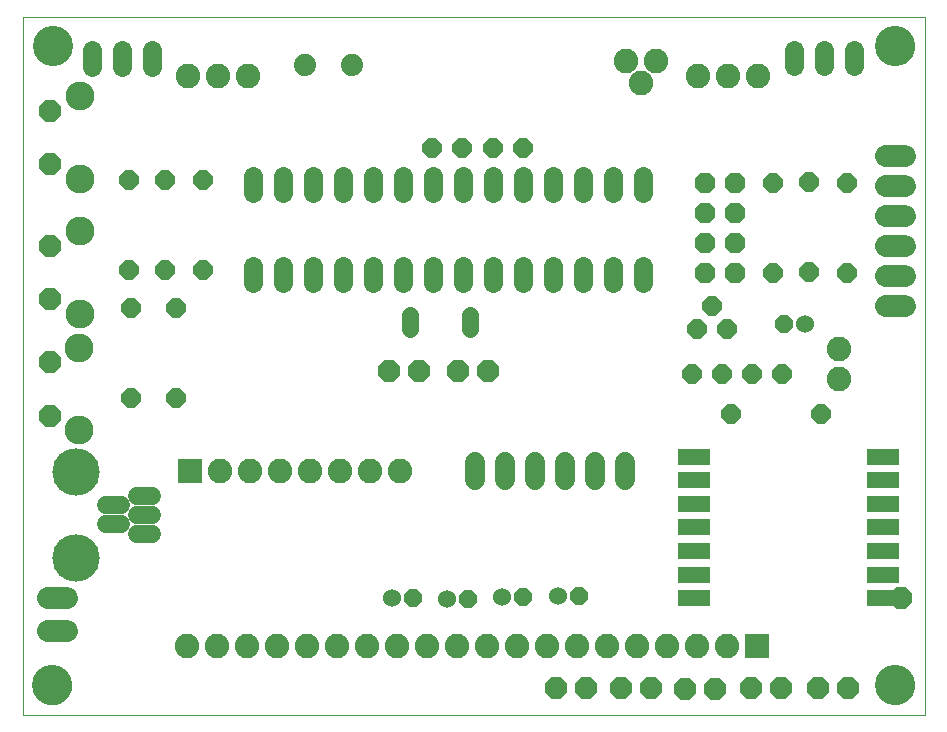
<source format=gts>
G75*
%MOIN*%
%OFA0B0*%
%FSLAX24Y24*%
%IPPOS*%
%LPD*%
%AMOC8*
5,1,8,0,0,1.08239X$1,22.5*
%
%ADD10C,0.0000*%
%ADD11C,0.1340*%
%ADD12C,0.0640*%
%ADD13C,0.0720*%
%ADD14OC8,0.0640*%
%ADD15OC8,0.0600*%
%ADD16C,0.0600*%
%ADD17OC8,0.0674*%
%ADD18R,0.1080X0.0580*%
%ADD19C,0.0674*%
%ADD20OC8,0.0710*%
%ADD21R,0.0820X0.0820*%
%ADD22C,0.0820*%
%ADD23C,0.0560*%
%ADD24C,0.1580*%
%ADD25C,0.0596*%
%ADD26OC8,0.0720*%
%ADD27C,0.0965*%
%ADD28C,0.0740*%
D10*
X001445Y001401D02*
X031517Y001402D01*
X031522Y024643D01*
X001457Y024645D01*
X001445Y001401D01*
X001796Y002375D02*
X001798Y002425D01*
X001804Y002475D01*
X001814Y002524D01*
X001828Y002572D01*
X001845Y002619D01*
X001866Y002664D01*
X001891Y002708D01*
X001919Y002749D01*
X001951Y002788D01*
X001985Y002825D01*
X002022Y002859D01*
X002062Y002889D01*
X002104Y002916D01*
X002148Y002940D01*
X002194Y002961D01*
X002241Y002977D01*
X002289Y002990D01*
X002339Y002999D01*
X002388Y003004D01*
X002439Y003005D01*
X002489Y003002D01*
X002538Y002995D01*
X002587Y002984D01*
X002635Y002969D01*
X002681Y002951D01*
X002726Y002929D01*
X002769Y002903D01*
X002810Y002874D01*
X002849Y002842D01*
X002885Y002807D01*
X002917Y002769D01*
X002947Y002729D01*
X002974Y002686D01*
X002997Y002642D01*
X003016Y002596D01*
X003032Y002548D01*
X003044Y002499D01*
X003052Y002450D01*
X003056Y002400D01*
X003056Y002350D01*
X003052Y002300D01*
X003044Y002251D01*
X003032Y002202D01*
X003016Y002154D01*
X002997Y002108D01*
X002974Y002064D01*
X002947Y002021D01*
X002917Y001981D01*
X002885Y001943D01*
X002849Y001908D01*
X002810Y001876D01*
X002769Y001847D01*
X002726Y001821D01*
X002681Y001799D01*
X002635Y001781D01*
X002587Y001766D01*
X002538Y001755D01*
X002489Y001748D01*
X002439Y001745D01*
X002388Y001746D01*
X002339Y001751D01*
X002289Y001760D01*
X002241Y001773D01*
X002194Y001789D01*
X002148Y001810D01*
X002104Y001834D01*
X002062Y001861D01*
X002022Y001891D01*
X001985Y001925D01*
X001951Y001962D01*
X001919Y002001D01*
X001891Y002042D01*
X001866Y002086D01*
X001845Y002131D01*
X001828Y002178D01*
X001814Y002226D01*
X001804Y002275D01*
X001798Y002325D01*
X001796Y002375D01*
X001813Y023694D02*
X001815Y023744D01*
X001821Y023794D01*
X001831Y023843D01*
X001845Y023891D01*
X001862Y023938D01*
X001883Y023983D01*
X001908Y024027D01*
X001936Y024068D01*
X001968Y024107D01*
X002002Y024144D01*
X002039Y024178D01*
X002079Y024208D01*
X002121Y024235D01*
X002165Y024259D01*
X002211Y024280D01*
X002258Y024296D01*
X002306Y024309D01*
X002356Y024318D01*
X002405Y024323D01*
X002456Y024324D01*
X002506Y024321D01*
X002555Y024314D01*
X002604Y024303D01*
X002652Y024288D01*
X002698Y024270D01*
X002743Y024248D01*
X002786Y024222D01*
X002827Y024193D01*
X002866Y024161D01*
X002902Y024126D01*
X002934Y024088D01*
X002964Y024048D01*
X002991Y024005D01*
X003014Y023961D01*
X003033Y023915D01*
X003049Y023867D01*
X003061Y023818D01*
X003069Y023769D01*
X003073Y023719D01*
X003073Y023669D01*
X003069Y023619D01*
X003061Y023570D01*
X003049Y023521D01*
X003033Y023473D01*
X003014Y023427D01*
X002991Y023383D01*
X002964Y023340D01*
X002934Y023300D01*
X002902Y023262D01*
X002866Y023227D01*
X002827Y023195D01*
X002786Y023166D01*
X002743Y023140D01*
X002698Y023118D01*
X002652Y023100D01*
X002604Y023085D01*
X002555Y023074D01*
X002506Y023067D01*
X002456Y023064D01*
X002405Y023065D01*
X002356Y023070D01*
X002306Y023079D01*
X002258Y023092D01*
X002211Y023108D01*
X002165Y023129D01*
X002121Y023153D01*
X002079Y023180D01*
X002039Y023210D01*
X002002Y023244D01*
X001968Y023281D01*
X001936Y023320D01*
X001908Y023361D01*
X001883Y023405D01*
X001862Y023450D01*
X001845Y023497D01*
X001831Y023545D01*
X001821Y023594D01*
X001815Y023644D01*
X001813Y023694D01*
X029905Y023690D02*
X029907Y023740D01*
X029913Y023790D01*
X029923Y023839D01*
X029937Y023887D01*
X029954Y023934D01*
X029975Y023979D01*
X030000Y024023D01*
X030028Y024064D01*
X030060Y024103D01*
X030094Y024140D01*
X030131Y024174D01*
X030171Y024204D01*
X030213Y024231D01*
X030257Y024255D01*
X030303Y024276D01*
X030350Y024292D01*
X030398Y024305D01*
X030448Y024314D01*
X030497Y024319D01*
X030548Y024320D01*
X030598Y024317D01*
X030647Y024310D01*
X030696Y024299D01*
X030744Y024284D01*
X030790Y024266D01*
X030835Y024244D01*
X030878Y024218D01*
X030919Y024189D01*
X030958Y024157D01*
X030994Y024122D01*
X031026Y024084D01*
X031056Y024044D01*
X031083Y024001D01*
X031106Y023957D01*
X031125Y023911D01*
X031141Y023863D01*
X031153Y023814D01*
X031161Y023765D01*
X031165Y023715D01*
X031165Y023665D01*
X031161Y023615D01*
X031153Y023566D01*
X031141Y023517D01*
X031125Y023469D01*
X031106Y023423D01*
X031083Y023379D01*
X031056Y023336D01*
X031026Y023296D01*
X030994Y023258D01*
X030958Y023223D01*
X030919Y023191D01*
X030878Y023162D01*
X030835Y023136D01*
X030790Y023114D01*
X030744Y023096D01*
X030696Y023081D01*
X030647Y023070D01*
X030598Y023063D01*
X030548Y023060D01*
X030497Y023061D01*
X030448Y023066D01*
X030398Y023075D01*
X030350Y023088D01*
X030303Y023104D01*
X030257Y023125D01*
X030213Y023149D01*
X030171Y023176D01*
X030131Y023206D01*
X030094Y023240D01*
X030060Y023277D01*
X030028Y023316D01*
X030000Y023357D01*
X029975Y023401D01*
X029954Y023446D01*
X029937Y023493D01*
X029923Y023541D01*
X029913Y023590D01*
X029907Y023640D01*
X029905Y023690D01*
X029902Y002389D02*
X029904Y002439D01*
X029910Y002489D01*
X029920Y002538D01*
X029934Y002586D01*
X029951Y002633D01*
X029972Y002678D01*
X029997Y002722D01*
X030025Y002763D01*
X030057Y002802D01*
X030091Y002839D01*
X030128Y002873D01*
X030168Y002903D01*
X030210Y002930D01*
X030254Y002954D01*
X030300Y002975D01*
X030347Y002991D01*
X030395Y003004D01*
X030445Y003013D01*
X030494Y003018D01*
X030545Y003019D01*
X030595Y003016D01*
X030644Y003009D01*
X030693Y002998D01*
X030741Y002983D01*
X030787Y002965D01*
X030832Y002943D01*
X030875Y002917D01*
X030916Y002888D01*
X030955Y002856D01*
X030991Y002821D01*
X031023Y002783D01*
X031053Y002743D01*
X031080Y002700D01*
X031103Y002656D01*
X031122Y002610D01*
X031138Y002562D01*
X031150Y002513D01*
X031158Y002464D01*
X031162Y002414D01*
X031162Y002364D01*
X031158Y002314D01*
X031150Y002265D01*
X031138Y002216D01*
X031122Y002168D01*
X031103Y002122D01*
X031080Y002078D01*
X031053Y002035D01*
X031023Y001995D01*
X030991Y001957D01*
X030955Y001922D01*
X030916Y001890D01*
X030875Y001861D01*
X030832Y001835D01*
X030787Y001813D01*
X030741Y001795D01*
X030693Y001780D01*
X030644Y001769D01*
X030595Y001762D01*
X030545Y001759D01*
X030494Y001760D01*
X030445Y001765D01*
X030395Y001774D01*
X030347Y001787D01*
X030300Y001803D01*
X030254Y001824D01*
X030210Y001848D01*
X030168Y001875D01*
X030128Y001905D01*
X030091Y001939D01*
X030057Y001976D01*
X030025Y002015D01*
X029997Y002056D01*
X029972Y002100D01*
X029951Y002145D01*
X029934Y002192D01*
X029920Y002240D01*
X029910Y002289D01*
X029904Y002339D01*
X029902Y002389D01*
D11*
X030532Y002389D03*
X030535Y023690D03*
X002443Y023694D03*
X002426Y002375D03*
D12*
X009124Y015794D02*
X009124Y016354D01*
X010124Y016354D02*
X010124Y015794D01*
X011124Y015794D02*
X011124Y016354D01*
X012124Y016354D02*
X012124Y015794D01*
X013124Y015794D02*
X013124Y016354D01*
X014124Y016354D02*
X014124Y015794D01*
X015124Y015794D02*
X015124Y016354D01*
X016124Y016354D02*
X016124Y015794D01*
X017124Y015794D02*
X017124Y016354D01*
X018124Y016354D02*
X018124Y015794D01*
X019124Y015794D02*
X019124Y016354D01*
X020124Y016354D02*
X020124Y015794D01*
X021124Y015794D02*
X021124Y016354D01*
X022124Y016354D02*
X022124Y015794D01*
X022124Y018794D02*
X022124Y019354D01*
X021124Y019354D02*
X021124Y018794D01*
X020124Y018794D02*
X020124Y019354D01*
X019124Y019354D02*
X019124Y018794D01*
X018124Y018794D02*
X018124Y019354D01*
X017124Y019354D02*
X017124Y018794D01*
X016124Y018794D02*
X016124Y019354D01*
X015124Y019354D02*
X015124Y018794D01*
X014124Y018794D02*
X014124Y019354D01*
X013124Y019354D02*
X013124Y018794D01*
X012124Y018794D02*
X012124Y019354D01*
X011124Y019354D02*
X011124Y018794D01*
X010124Y018794D02*
X010124Y019354D01*
X009124Y019354D02*
X009124Y018794D01*
X005769Y022995D02*
X005769Y023555D01*
X004769Y023555D02*
X004769Y022995D01*
X003769Y022995D02*
X003769Y023555D01*
X027166Y023567D02*
X027166Y023007D01*
X028166Y023007D02*
X028166Y023567D01*
X029166Y023567D02*
X029166Y023007D01*
D13*
X030219Y020014D02*
X030859Y020014D01*
X030859Y019014D02*
X030219Y019014D01*
X030219Y018014D02*
X030859Y018014D01*
X030859Y017014D02*
X030219Y017014D01*
X030219Y016014D02*
X030859Y016014D01*
X030859Y015014D02*
X030219Y015014D01*
X002937Y005289D02*
X002297Y005289D01*
X002297Y004189D02*
X002937Y004189D01*
D14*
X005073Y011947D03*
X006568Y011952D03*
X006568Y014952D03*
X005073Y014947D03*
X005009Y016229D03*
X006202Y016222D03*
X007444Y016229D03*
X007444Y019229D03*
X006202Y019222D03*
X005009Y019229D03*
X015104Y020284D03*
X016104Y020284D03*
X017136Y020284D03*
X018136Y020284D03*
X024432Y015015D03*
X023932Y014265D03*
X024932Y014265D03*
X024774Y012745D03*
X025769Y012746D03*
X026769Y012746D03*
X028071Y011426D03*
X025071Y011426D03*
X023774Y012745D03*
X026457Y016124D03*
X027653Y016151D03*
X028937Y016124D03*
X028937Y019124D03*
X027653Y019151D03*
X026457Y019124D03*
D15*
X026827Y014422D03*
X020003Y005357D03*
X018136Y005313D03*
X016289Y005266D03*
X014451Y005301D03*
D16*
X013751Y005301D03*
X015589Y005266D03*
X017436Y005313D03*
X019303Y005357D03*
X027527Y014422D03*
D17*
X025208Y016107D03*
X024208Y016107D03*
X024208Y017107D03*
X024208Y018107D03*
X025208Y018107D03*
X025208Y017107D03*
X025208Y019107D03*
X024208Y019107D03*
D18*
X023811Y009999D03*
X023811Y009212D03*
X023811Y008425D03*
X023811Y007637D03*
X023811Y006850D03*
X023811Y006062D03*
X023811Y005275D03*
X030110Y005275D03*
X030110Y006062D03*
X030110Y006850D03*
X030110Y007637D03*
X030110Y008425D03*
X030110Y009212D03*
X030110Y009999D03*
D19*
X021515Y009812D02*
X021515Y009218D01*
X020515Y009218D02*
X020515Y009812D01*
X019515Y009812D02*
X019515Y009218D01*
X018515Y009218D02*
X018515Y009812D01*
X017515Y009812D02*
X017515Y009218D01*
X016515Y009218D02*
X016515Y009812D01*
D20*
X016963Y012850D03*
X015963Y012850D03*
X014666Y012849D03*
X013666Y012849D03*
X019238Y002270D03*
X020238Y002270D03*
X021408Y002286D03*
X022408Y002286D03*
X023525Y002255D03*
X024525Y002255D03*
X025734Y002270D03*
X026734Y002270D03*
X027945Y002270D03*
X028945Y002270D03*
X030728Y005275D03*
D21*
X025914Y003680D03*
X007014Y009532D03*
D22*
X008014Y009532D03*
X009014Y009532D03*
X010014Y009532D03*
X011014Y009532D03*
X012014Y009532D03*
X013014Y009532D03*
X014014Y009532D03*
X013914Y003680D03*
X014914Y003680D03*
X015914Y003680D03*
X016914Y003680D03*
X017914Y003680D03*
X018914Y003680D03*
X019914Y003680D03*
X020914Y003680D03*
X021914Y003680D03*
X022914Y003680D03*
X023914Y003680D03*
X024914Y003680D03*
X028651Y012594D03*
X028651Y013594D03*
X022070Y022442D03*
X021570Y023192D03*
X022570Y023192D03*
X023958Y022678D03*
X024958Y022678D03*
X025958Y022678D03*
X008959Y022678D03*
X007959Y022678D03*
X006959Y022678D03*
X006914Y003680D03*
X007914Y003680D03*
X008914Y003680D03*
X009914Y003680D03*
X010914Y003680D03*
X011914Y003680D03*
X012914Y003680D03*
D23*
X014354Y014250D02*
X014354Y014730D01*
X016354Y014730D02*
X016354Y014250D01*
D24*
X003220Y009498D03*
X003220Y006624D03*
D25*
X004220Y007746D02*
X004735Y007746D01*
X005247Y007431D02*
X005763Y007431D01*
X005763Y008061D02*
X005247Y008061D01*
X004735Y008376D02*
X004220Y008376D01*
X005247Y008691D02*
X005763Y008691D01*
D26*
X002348Y011364D03*
X002348Y013144D03*
X002364Y015254D03*
X002364Y017034D03*
X002364Y019754D03*
X002364Y021534D03*
D27*
X003344Y022024D03*
X003344Y019264D03*
X003344Y017524D03*
X003344Y014764D03*
X003328Y013634D03*
X003328Y010874D03*
D28*
X010849Y023053D03*
X012424Y023053D03*
M02*

</source>
